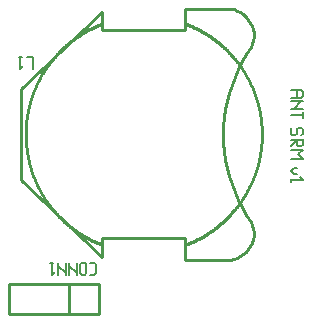
<source format=gto>
G04 start of page 9 for group -4079 idx -4079 *
G04 Title: (unknown), topsilk *
G04 Creator: pcb 20091103 *
G04 CreationDate: Wed May  9 21:08:20 2012 UTC *
G04 For: markrages *
G04 Format: Gerber/RS-274X *
G04 PCB-Dimensions: 315000 325000 *
G04 PCB-Coordinate-Origin: lower left *
%MOIN*%
%FSLAX25Y25*%
%LNFRONTSILK*%
%ADD12C,0.0100*%
%ADD30C,0.0080*%
G54D30*X204000Y177000D02*X207500D01*
X208000Y176500D01*
Y175000D01*
X207500Y174500D01*
X204000D02*X207500D01*
X206000Y177000D02*Y174500D01*
X204000Y173299D02*X208000D01*
X207500D02*X208000D01*
X207500D02*X205000Y170799D01*
X204000D02*X208000D01*
Y169598D02*Y167598D01*
X204000Y168598D02*X208000D01*
Y162597D02*X207500Y162097D01*
X208000Y164097D02*Y162597D01*
X207500Y164597D02*X208000Y164097D01*
X206500Y164597D02*X207500D01*
X206500D02*X206000Y164097D01*
Y162597D01*
X205500Y162097D01*
X204500D02*X205500D01*
X204000Y162597D02*X204500Y162097D01*
X204000Y164097D02*Y162597D01*
X204500Y164597D02*X204000Y164097D01*
X208000Y160896D02*Y158896D01*
X207500Y158396D01*
X206500D02*X207500D01*
X206000Y158896D02*X206500Y158396D01*
X206000Y160396D02*Y158896D01*
X204000Y160396D02*X208000D01*
X206000D02*X204000Y158396D01*
Y157195D02*X208000D01*
X206500Y155695D01*
X208000Y154195D01*
X204000D02*X208000D01*
X205000Y151194D02*X206000D01*
X205000D02*X204000Y150194D01*
X205000Y149194D01*
X206000D01*
X204000Y147493D02*Y146493D01*
Y146993D02*X208000D01*
X207000Y147993D02*X208000Y146993D01*
G54D12*X130000Y102500D02*X140000D01*
X130000Y112500D02*Y102500D01*
X140000Y112500D02*Y102500D01*
X110000D02*X140000D01*
X110000Y112500D02*Y102500D01*
Y112500D02*X140000D01*
X183335Y176169D02*X182668Y173499D01*
X182168Y170667D01*
X181832Y167998D01*
X181501Y165166D01*
Y159502D01*
X181832Y156664D01*
X182168Y153832D01*
X182668Y151169D01*
X183335Y148331D01*
X185332Y142999D02*X183335Y148331D01*
X185332Y142999D02*X186499Y140503D01*
X187663Y138001D01*
X189167Y135500D01*
X190833Y133167D01*
Y191332D02*X191169Y192499D01*
X191500Y193665D01*
X191668Y194832D01*
Y196166D02*Y194832D01*
Y196166D02*X191332Y197333D01*
X191001Y198499D01*
X190501Y199498D01*
X189835Y200501D01*
X189167Y201500D01*
X188169Y202335D01*
X187165Y203002D01*
X186167Y203502D01*
X185000Y204001D01*
X183835Y204169D01*
Y120331D02*X185000Y120667D01*
X186167Y120999D01*
X187165Y121665D01*
X188169Y122333D01*
X189167Y123168D01*
X189835Y123999D01*
X190501Y125003D01*
X191001Y126168D01*
X191332Y127335D01*
X191668Y128501D01*
Y129668D02*Y128501D01*
Y129668D02*X191500Y130835D01*
X191169Y132169D01*
X190833Y133167D01*
X113999Y177498D02*Y147165D01*
X185332Y181502D02*X184333Y178831D01*
X183335Y176169D01*
X186499Y184166D02*X185332Y181502D01*
X187663Y186667D02*X186499Y184166D01*
X141169Y197002D02*X168833D01*
X141169Y127667D02*X168833D01*
X141169Y203165D02*Y197002D01*
Y203165D02*X113999Y177498D01*
Y147165D02*X141169Y121335D01*
Y127667D02*Y121335D01*
X168833Y120331D02*X183835D01*
X168833Y127667D02*Y120331D01*
Y204169D02*X183835D01*
X168833D02*Y197002D01*
X189167Y189000D02*X187663Y186667D01*
X190833Y191332D02*X189167Y189000D01*
X141169Y199167D02*X140833Y198998D01*
X140502Y198836D01*
X140166D02*X140502D01*
X140166D02*X139835Y198667D01*
X139498Y198499D01*
X139167Y198331D01*
X138999D02*X139167D01*
X138999D02*X138669Y198168D01*
X138332Y198000D01*
X138001Y197832D01*
X137664Y197669D01*
X137502Y197501D01*
X137165Y197333D01*
X136834D02*X137165D01*
X136834D02*X136498Y197165D01*
X136167Y197002D01*
X135999Y196834D01*
X135668Y196666D01*
X135332Y196497D01*
X135001Y196335D01*
X134832Y196166D01*
X134502Y195998D01*
X134165Y195836D01*
X134002Y195667D01*
X133666Y195331D01*
X133335Y195168D01*
X133167Y194999D01*
X132836Y194832D01*
X132500Y194669D01*
X132331Y194501D01*
X132000Y194332D01*
X131664Y194164D01*
X131501Y193834D01*
X131165Y193665D01*
X131002Y193503D01*
X130666Y193334D01*
X130335Y192998D01*
X130167Y192835D01*
X129836Y192667D01*
X129668Y192499D01*
X129331Y192168D01*
X129168Y192000D01*
X128832Y191832D01*
X128669Y191501D01*
X128333Y191332D01*
X127666Y190665D02*X128333Y191332D01*
X127666Y190665D02*X127497Y190502D01*
X127166Y190166D01*
X126499Y189499D02*X127166Y190166D01*
X126499Y189499D02*X126331Y189168D01*
X126000Y189000D01*
X125832Y188669D01*
X125669Y188500D01*
X125333Y188164D01*
X125164Y188001D01*
X125002Y187665D01*
X124665Y187502D01*
X124503Y187166D01*
X124334Y186998D01*
X124166Y186667D01*
X123835Y186498D01*
X123667Y186168D01*
X123499Y185831D01*
X123332Y185668D01*
X123000Y185332D01*
X122832Y185169D01*
X122669Y184833D01*
X122502Y184502D01*
X122332Y184334D01*
X122164Y183997D01*
X122002Y183666D01*
X121833Y183498D01*
X121665Y183167D01*
X121502Y182831D01*
X121166Y182668D01*
X120998Y182332D01*
X120835Y182001D01*
X120667Y181664D01*
X120499Y181502D01*
Y181165D01*
X120336Y180834D01*
X120168Y180498D01*
X120000Y180335D01*
X119831Y179999D01*
X119669Y179668D01*
X119500Y179332D01*
X119332Y179001D01*
X119164Y178831D01*
Y178502D01*
X119001Y178165D01*
X118833Y177834D01*
X118665Y177498D01*
X118502Y177167D01*
Y176999D01*
X118334Y176668D01*
X118166Y176331D01*
X117998Y176000D01*
Y175664D01*
X117835Y175333D01*
X117667Y175002D01*
Y174666D01*
X117498Y174335D01*
Y174167D01*
X117336Y173836D01*
X117168Y173499D01*
Y173168D01*
X116999Y172832D01*
Y172501D01*
X116831Y172165D01*
Y171834D01*
X116668Y171497D01*
Y171166D01*
X116500Y170836D01*
Y170168D01*
X116332Y169832D01*
Y169501D01*
X116169Y169164D01*
Y168334D01*
X116001Y167998D01*
Y167331D01*
X115833Y167000D01*
Y165665D01*
X115665Y165334D01*
Y159665D01*
X115833Y159334D01*
Y157999D01*
X116001Y157668D01*
Y156664D01*
X116169Y156334D01*
Y155666D01*
X116332Y155335D01*
Y154668D01*
X116500Y154332D01*
Y154001D01*
X116668Y153664D01*
Y153333D01*
X116831Y153002D01*
Y152335D01*
X116999Y151999D01*
X117168Y151668D01*
Y151500D01*
X117336Y151169D01*
Y150832D01*
X117498Y150501D01*
Y150165D01*
X117667Y149834D01*
X117835Y149498D01*
Y149167D01*
X117998Y148836D01*
X118166Y148499D01*
Y148331D01*
X118502Y147669D02*X118166Y148331D01*
X118502Y147669D02*X118665Y147333D01*
Y147002D01*
X118833Y146667D01*
X119001Y146335D01*
X119164Y146166D01*
X119332Y145836D01*
X119500Y145499D01*
Y145168D01*
X119669Y144832D01*
X119831Y144669D01*
X120000Y144333D01*
X120168Y144002D01*
X120336Y143665D01*
X120499Y143503D01*
X120667Y143167D01*
X120835Y142835D01*
X120998Y142499D01*
X121166Y142331D01*
X121502Y141669D02*X121166Y142331D01*
X121502Y141669D02*X121665Y141332D01*
X121833Y141164D01*
X122002Y140833D01*
X122164Y140503D01*
X122332Y140335D01*
X122502Y139997D01*
X123000Y139499D02*X122502Y139997D01*
X123000Y139499D02*X123169Y139168D01*
X123332Y139000D01*
X123499Y138668D01*
X123667Y138332D01*
X123998Y138164D01*
X124166Y137833D01*
X124334Y137665D01*
X124503Y137333D01*
X124834Y137165D01*
X125002Y136835D01*
X125164Y136667D01*
X125501Y136336D01*
X125669Y136168D01*
X125832Y135831D01*
X126168Y135668D01*
X126331Y135332D01*
X126499Y135169D01*
X126836Y134833D01*
X126998Y134665D01*
X127335Y134333D01*
X127497Y134165D01*
X127666Y133997D01*
X128002Y133667D01*
X128165Y133499D01*
X128501Y133167D01*
X128669Y132999D01*
X129000Y132831D01*
X129168Y132668D01*
X129499Y132332D01*
X129668Y132169D01*
X129998Y132001D01*
X130167Y131664D01*
X130498Y131501D01*
X130834Y131333D01*
X131501Y130668D02*X130834Y131333D01*
X131501Y130668D02*X131832Y130499D01*
X132169Y130335D01*
X132331Y130167D01*
X132668Y130000D01*
X133167Y129500D02*X132668Y130000D01*
X133167Y129500D02*X133498Y129332D01*
X133834Y129169D01*
X134002Y129000D01*
X134664Y128664D02*X134002Y129000D01*
X134664Y128664D02*X134832Y128501D01*
X135169Y128333D01*
X135500Y128165D01*
X135831Y128003D01*
X135999Y127835D01*
X136335Y127667D01*
X136666Y127497D01*
X137003Y127335D01*
X137165Y127167D01*
X137502Y126999D01*
X137833Y126836D01*
X138169D01*
X138500Y126668D01*
X138669Y126500D01*
X138999Y126332D01*
X139336Y126168D01*
X139666D01*
X139997Y126000D01*
X140334Y125832D01*
X140502Y125664D01*
X140833D01*
X141169Y125501D01*
X168833D02*X169164Y125664D01*
X169500Y125832D01*
X169832D01*
X170168Y126000D01*
X170499Y126168D01*
X170834Y126332D01*
X170997D01*
X171335Y126500D01*
X171665Y126668D01*
X172001Y126836D01*
X172332Y126999D01*
X172500Y127167D01*
X172832Y127335D01*
X173168D01*
X173499Y127497D01*
X173835Y127667D01*
X173999Y127835D01*
X174335Y128003D01*
X174665Y128165D01*
X175001Y128333D01*
X175164Y128501D01*
X175501Y128664D01*
X175832Y128832D01*
X176331Y129332D02*X175832Y128832D01*
X176331Y129332D02*X176667Y129500D01*
X176836Y129668D01*
X177167Y129831D01*
X177497Y130000D01*
X177665Y130167D01*
X178001Y130335D01*
X178333Y130499D01*
X178501Y130835D01*
X178832Y131003D01*
X179000Y131165D01*
X179331Y131333D01*
X179668Y131664D01*
X179836Y131833D01*
X180167Y132001D01*
X180833Y132668D02*X180167Y132001D01*
X180833Y132668D02*X181165Y132831D01*
X181333Y133167D01*
X181664Y133336D01*
X181832Y133499D01*
X182168Y133835D01*
X182332Y133997D01*
X183335Y135001D02*X182332Y133997D01*
X183335Y135001D02*X183497Y135169D01*
X183667Y135500D01*
X184003Y135668D01*
X184165Y136000D01*
X184832Y136667D02*X184165Y136000D01*
X184832Y136667D02*X185000Y136997D01*
X185332Y137165D01*
X185500Y137503D01*
X185668Y137665D01*
X185831Y138001D01*
X186167Y138164D01*
X186335Y138500D01*
X186499Y138832D01*
X187165Y139499D02*X186499Y138832D01*
X187165Y139499D02*X187333Y139835D01*
X187500Y140167D01*
X187663Y140335D01*
X187833Y140665D01*
X188001Y141001D01*
X188169Y141164D01*
X188332Y141500D01*
X188500Y141832D01*
X188831Y142000D01*
X188999Y142331D01*
X189167Y142667D01*
X189336Y142999D01*
X189499Y143167D01*
Y143503D02*Y143167D01*
X189835Y144164D02*X189499Y143503D01*
X189835Y144164D02*X189997Y144333D01*
X190165Y144669D01*
X190501Y145331D02*X190165Y144669D01*
X190501Y145331D02*X190665Y145667D01*
X190833Y145836D01*
Y146166D02*Y145836D01*
Y146166D02*X191001Y146497D01*
X191169Y146834D01*
X191332Y147165D01*
X191500Y147501D01*
Y147669D02*Y147501D01*
Y147669D02*X191668Y148000D01*
X191831Y148331D01*
X192000Y148668D01*
Y148998D02*Y148668D01*
Y148998D02*X192168Y149335D01*
X192336Y149666D01*
Y150002D02*Y149666D01*
Y150002D02*X192499Y150333D01*
Y150501D02*Y150333D01*
Y150501D02*X192667Y150832D01*
X192835Y151169D01*
Y151500D02*Y151169D01*
Y151500D02*X192997Y151836D01*
Y152167D02*Y151836D01*
Y152167D02*X193165Y152498D01*
Y152834D02*Y152498D01*
Y152834D02*X193333Y153165D01*
Y153502D02*Y153165D01*
Y153502D02*X193503Y153832D01*
Y154500D02*Y153832D01*
Y154500D02*X193665Y154831D01*
Y155167D02*Y154831D01*
Y155167D02*X193833Y155498D01*
Y156334D02*Y155498D01*
Y156334D02*X194001Y156664D01*
Y157332D02*Y156664D01*
Y157332D02*X194164Y157668D01*
Y158997D02*Y157668D01*
Y158997D02*X194332Y159334D01*
Y164998D02*Y159334D01*
Y164998D02*X194164Y165334D01*
Y166669D02*Y165334D01*
Y166669D02*X194001Y167000D01*
Y167998D02*Y167000D01*
Y167998D02*X193833Y168334D01*
Y169002D02*Y168334D01*
Y169002D02*X193665Y169333D01*
Y170000D02*Y169333D01*
Y170000D02*X193503Y170331D01*
Y170667D02*Y170331D01*
Y170667D02*X193333Y170998D01*
Y171335D02*Y170998D01*
Y171335D02*X193165Y171666D01*
Y172333D02*Y171666D01*
Y172333D02*X192997Y172669D01*
X192835Y173000D01*
Y173168D02*Y173000D01*
Y173168D02*X192667Y173499D01*
Y173836D02*Y173499D01*
Y173836D02*X192499Y174167D01*
Y174498D02*Y174167D01*
Y174498D02*X192336Y174834D01*
X192168Y175165D01*
Y175501D02*Y175165D01*
Y175501D02*X192000Y175832D01*
X191831Y176169D01*
Y176331D02*Y176169D01*
Y176331D02*X191668Y176668D01*
X191500Y176999D01*
X191332Y177335D01*
Y177666D02*Y177335D01*
Y177666D02*X191169Y178002D01*
X191001Y178333D01*
X190833Y178502D01*
X190665Y178831D01*
X190501Y179169D01*
Y179500D02*Y179169D01*
Y179500D02*X190333Y179831D01*
X190165Y179999D01*
X189997Y180335D01*
X189835Y180666D01*
X189667Y181003D01*
X189499Y181165D01*
X189336Y181502D01*
X189167Y181833D01*
X188999Y182169D01*
X188831Y182332D01*
X188668Y182668D01*
X188500Y182999D01*
X188332Y183336D01*
X188169Y183498D01*
X188001Y183835D01*
X187833Y184166D01*
X187663Y184334D01*
X187500Y184665D01*
X187165Y185001D01*
X187003Y185169D01*
X186834Y185500D01*
X186666Y185668D01*
X186499Y185999D01*
X186335Y186336D01*
X185999Y186498D01*
X185831Y186835D01*
X185668Y186998D01*
X185500Y187334D01*
X185169Y187502D01*
X185000Y187833D01*
X184333Y188500D02*X185000Y187833D01*
X184333Y188500D02*X184165Y188831D01*
X183835Y189000D01*
X183667Y189336D01*
X183497Y189499D01*
X183167Y189835D01*
X182999Y189998D01*
X182668Y190334D01*
X182500Y190502D01*
X182332Y190665D01*
X182000Y191002D01*
X181832Y191164D01*
X181501Y191501D01*
X181333Y191669D01*
X181003Y191832D01*
X180497Y192331D02*X181003Y191832D01*
X180497Y192331D02*X180335Y192499D01*
X179999Y192667D01*
X179836Y192998D01*
X179500Y193166D01*
X179168Y193334D01*
X179000Y193503D01*
X178501Y194002D02*X179000Y193503D01*
X178501Y194002D02*X178165Y194164D01*
X177833Y194332D01*
X177665Y194501D01*
X177335Y194669D01*
X176999Y194999D01*
X176836Y195168D01*
X176499Y195331D01*
X176168Y195499D01*
X176000Y195667D01*
X175669Y195836D01*
X175333Y195998D01*
X175164Y196166D01*
X174833Y196335D01*
X174503Y196497D01*
X174167Y196666D01*
X173999Y196834D01*
X173667Y197002D01*
X173331Y197165D01*
X173000Y197333D01*
X172832Y197501D01*
X172500Y197669D01*
X172164Y197832D01*
X171833D02*X172164D01*
X171833D02*X171503Y198000D01*
X171335Y198168D01*
X170997Y198331D01*
X170667Y198499D01*
X170336D02*X170667D01*
X170336D02*X170000Y198667D01*
X169668Y198836D01*
X169500Y198998D01*
X169164D02*X169500D01*
X169164D02*X168833Y199167D01*
G54D30*X118000Y188000D02*Y184000D01*
X116000Y188000D02*X118000D01*
X113299D02*X114299D01*
X113799D02*Y184000D01*
X114799Y185000D02*X113799Y184000D01*
X137000Y119500D02*X138500D01*
X139000Y119000D02*X138500Y119500D01*
X139000Y119000D02*Y116000D01*
X138500Y115500D01*
X137000D02*X138500D01*
X135799Y119000D02*Y116000D01*
X135299Y115500D01*
X134299D02*X135299D01*
X134299D02*X133799Y116000D01*
Y119000D02*Y116000D01*
X134299Y119500D02*X133799Y119000D01*
X134299Y119500D02*X135299D01*
X135799Y119000D02*X135299Y119500D01*
X132598D02*Y115500D01*
Y116000D02*Y115500D01*
Y116000D02*X130098Y118500D01*
Y119500D02*Y115500D01*
X128897Y119500D02*Y115500D01*
Y116000D02*Y115500D01*
Y116000D02*X126397Y118500D01*
Y119500D02*Y115500D01*
X123696Y119500D02*X124696D01*
X124196D02*Y115500D01*
X125196Y116500D02*X124196Y115500D01*
M02*

</source>
